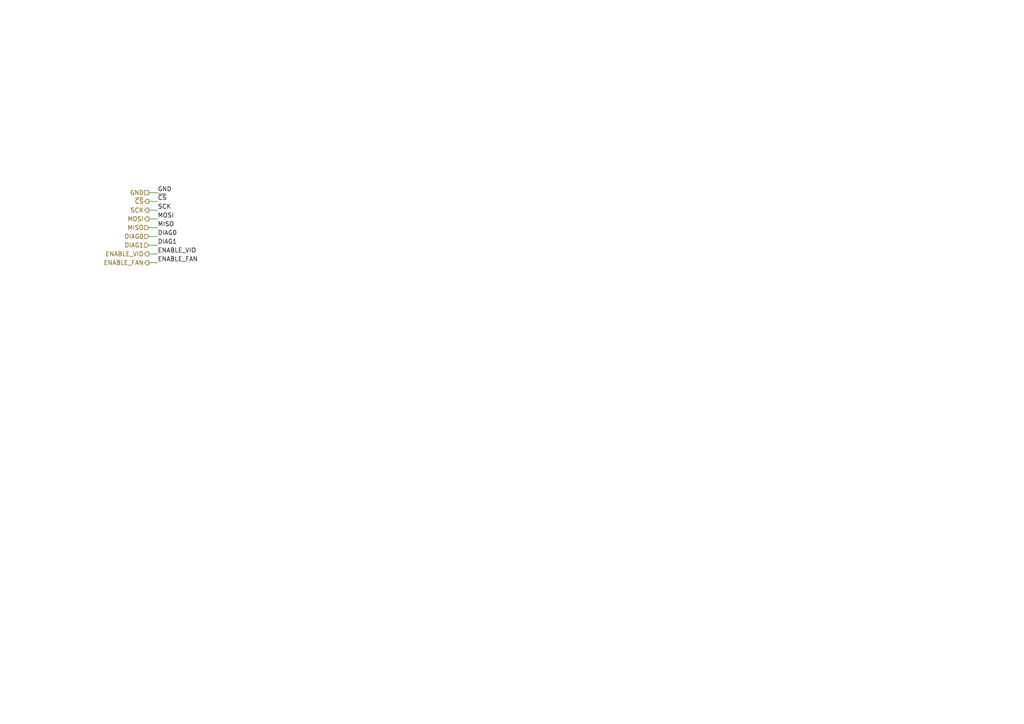
<source format=kicad_sch>
(kicad_sch (version 20230121) (generator eeschema)
  (paper "A4")
  (title_block (title "stepper-controller") (date "2024-04-16") (rev "1.0") (company "Howard Hughes Medical Institute"))
  (lib_symbols)
  (wire (pts (xy 43.18 76.2) (xy 45.72 76.2)))
  (wire (pts (xy 43.18 68.58) (xy 45.72 68.58)))
  (wire (pts (xy 43.18 71.12) (xy 45.72 71.12)))
  (wire (pts (xy 43.18 63.5) (xy 45.72 63.5)))
  (wire (pts (xy 43.18 55.88) (xy 45.72 55.88)))
  (wire (pts (xy 43.18 60.96) (xy 45.72 60.96)))
  (wire (pts (xy 43.18 58.42) (xy 45.72 58.42)))
  (wire (pts (xy 43.18 73.66) (xy 45.72 73.66)))
  (wire (pts (xy 43.18 66.04) (xy 45.72 66.04)))
  (label "~{CS}" (at 45.72 58.42 0))
  (label "ENABLE_FAN" (at 45.72 76.2 0))
  (label "DIAG0" (at 45.72 68.58 0))
  (label "ENABLE_VIO" (at 45.72 73.66 0))
  (label "MISO" (at 45.72 66.04 0))
  (label "MOSI" (at 45.72 63.5 0))
  (label "SCK" (at 45.72 60.96 0))
  (label "DIAG1" (at 45.72 71.12 0))
  (label "GND" (at 45.72 55.88 0))
  (hierarchical_label "GND" (shape passive) (at 43.18 55.88 180))
  (hierarchical_label "SCK" (shape output) (at 43.18 60.96 180))
  (hierarchical_label "ENABLE_VIO" (shape output) (at 43.18 73.66 180))
  (hierarchical_label "ENABLE_FAN" (shape output) (at 43.18 76.2 180))
  (hierarchical_label "~{CS}" (shape output) (at 43.18 58.42 180))
  (hierarchical_label "DIAG0" (shape input) (at 43.18 68.58 180))
  (hierarchical_label "DIAG1" (shape input) (at 43.18 71.12 180))
  (hierarchical_label "MISO" (shape input) (at 43.18 66.04 180))
  (hierarchical_label "MOSI" (shape output) (at 43.18 63.5 180))
)
</source>
